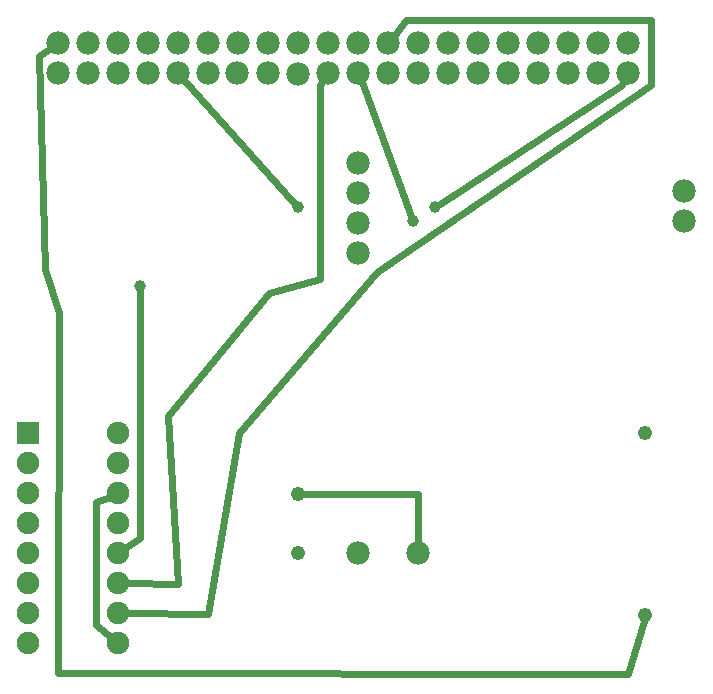
<source format=gbl>
G04 MADE WITH FRITZING*
G04 WWW.FRITZING.ORG*
G04 DOUBLE SIDED*
G04 HOLES PLATED*
G04 CONTOUR ON CENTER OF CONTOUR VECTOR*
%ASAXBY*%
%FSLAX23Y23*%
%MOIN*%
%OFA0B0*%
%SFA1.0B1.0*%
%ADD10C,0.078000*%
%ADD11C,0.075000*%
%ADD12C,0.047978*%
%ADD13C,0.039370*%
%ADD14R,0.075000X0.075000*%
%ADD15C,0.024000*%
%LNCOPPER0*%
G90*
G70*
G54D10*
X461Y2188D03*
X561Y2188D03*
X661Y2188D03*
X761Y2188D03*
X861Y2188D03*
X961Y2188D03*
X1057Y2188D03*
X1161Y2188D03*
X1261Y2186D03*
X1361Y2188D03*
X1461Y2188D03*
X1561Y2188D03*
X1661Y2188D03*
X1761Y2188D03*
X1861Y2188D03*
X1961Y2188D03*
X2061Y2188D03*
X2161Y2188D03*
X2261Y2188D03*
X2361Y2188D03*
X2361Y2288D03*
X2261Y2288D03*
X2161Y2288D03*
X2061Y2288D03*
X1961Y2288D03*
X1861Y2288D03*
X1761Y2288D03*
X1661Y2288D03*
X1561Y2288D03*
X1461Y2288D03*
X1361Y2288D03*
X1261Y2288D03*
X1161Y2288D03*
X1061Y2288D03*
X961Y2288D03*
X861Y2288D03*
X761Y2288D03*
X661Y2288D03*
X561Y2288D03*
X461Y2288D03*
G54D11*
X361Y988D03*
X661Y988D03*
X361Y888D03*
X661Y888D03*
X361Y788D03*
X661Y788D03*
X361Y688D03*
X661Y688D03*
X361Y588D03*
X661Y588D03*
X361Y488D03*
X661Y488D03*
X361Y388D03*
X661Y388D03*
X361Y288D03*
X661Y288D03*
G54D12*
X1261Y588D03*
X1261Y785D03*
X2418Y989D03*
X2418Y383D03*
G54D10*
X1461Y588D03*
X1661Y588D03*
X1461Y1588D03*
X1461Y1688D03*
X1461Y1788D03*
X1461Y1888D03*
X2548Y1695D03*
X2548Y1795D03*
G54D13*
X732Y1478D03*
X1644Y1694D03*
X1260Y1742D03*
X1716Y1742D03*
G54D14*
X361Y988D03*
G54D15*
X1579Y2312D02*
X1620Y2366D01*
D02*
X1620Y2366D02*
X2436Y2366D01*
D02*
X2436Y2366D02*
X2436Y2150D01*
D02*
X2436Y2150D02*
X1524Y1526D01*
D02*
X1063Y989D02*
X960Y387D01*
D02*
X1524Y1526D02*
X1063Y989D01*
D02*
X960Y387D02*
X690Y388D01*
D02*
X1660Y787D02*
X1661Y618D01*
D02*
X1283Y785D02*
X1660Y787D01*
D02*
X1343Y2164D02*
X1332Y2150D01*
D02*
X1332Y2150D02*
X1332Y1502D01*
D02*
X1332Y1502D02*
X1164Y1454D01*
D02*
X1164Y1454D02*
X828Y1046D01*
D02*
X828Y1046D02*
X861Y487D01*
D02*
X861Y487D02*
X690Y488D01*
D02*
X685Y604D02*
X732Y638D01*
D02*
X732Y638D02*
X732Y1459D01*
D02*
X1637Y1711D02*
X1472Y2159D01*
D02*
X635Y777D02*
X588Y758D01*
D02*
X588Y758D02*
X588Y350D01*
D02*
X588Y350D02*
X639Y306D01*
D02*
X881Y2165D02*
X1247Y1756D01*
D02*
X1732Y1752D02*
X2340Y2150D01*
D02*
X2340Y2150D02*
X2347Y2161D01*
D02*
X2412Y362D02*
X2360Y186D01*
D02*
X2360Y186D02*
X461Y188D01*
D02*
X462Y1388D02*
X417Y1535D01*
D02*
X417Y1535D02*
X396Y2246D01*
D02*
X461Y188D02*
X462Y1388D01*
D02*
X396Y2246D02*
X436Y2271D01*
G04 End of Copper0*
M02*
</source>
